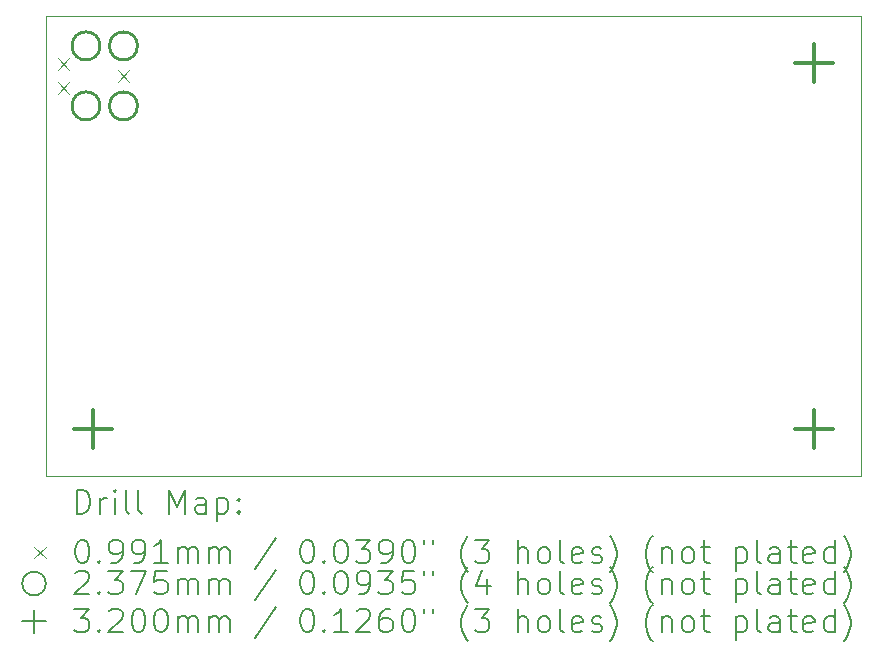
<source format=gbr>
%TF.GenerationSoftware,KiCad,Pcbnew,8.0.2-8.0.2-0~ubuntu22.04.1*%
%TF.CreationDate,2024-05-15T13:16:06-07:00*%
%TF.ProjectId,JPBms2,4a50426d-7332-42e6-9b69-6361645f7063,rev?*%
%TF.SameCoordinates,Original*%
%TF.FileFunction,Drillmap*%
%TF.FilePolarity,Positive*%
%FSLAX45Y45*%
G04 Gerber Fmt 4.5, Leading zero omitted, Abs format (unit mm)*
G04 Created by KiCad (PCBNEW 8.0.2-8.0.2-0~ubuntu22.04.1) date 2024-05-15 13:16:06*
%MOMM*%
%LPD*%
G01*
G04 APERTURE LIST*
%ADD10C,0.050000*%
%ADD11C,0.200000*%
%ADD12C,0.100000*%
%ADD13C,0.237490*%
%ADD14C,0.320000*%
G04 APERTURE END LIST*
D10*
X9600000Y-6200000D02*
X16500000Y-6200000D01*
X16500000Y-10100000D01*
X9600000Y-10100000D01*
X9600000Y-6200000D01*
D11*
D12*
X9697470Y-6557370D02*
X9796530Y-6656430D01*
X9796530Y-6557370D02*
X9697470Y-6656430D01*
X9697470Y-6760570D02*
X9796530Y-6859630D01*
X9796530Y-6760570D02*
X9697470Y-6859630D01*
X10205470Y-6658970D02*
X10304530Y-6758030D01*
X10304530Y-6658970D02*
X10205470Y-6758030D01*
D13*
X10056245Y-6454500D02*
G75*
G02*
X9818755Y-6454500I-118745J0D01*
G01*
X9818755Y-6454500D02*
G75*
G02*
X10056245Y-6454500I118745J0D01*
G01*
X10056245Y-6962500D02*
G75*
G02*
X9818755Y-6962500I-118745J0D01*
G01*
X9818755Y-6962500D02*
G75*
G02*
X10056245Y-6962500I118745J0D01*
G01*
X10373745Y-6454500D02*
G75*
G02*
X10136255Y-6454500I-118745J0D01*
G01*
X10136255Y-6454500D02*
G75*
G02*
X10373745Y-6454500I118745J0D01*
G01*
X10373745Y-6962500D02*
G75*
G02*
X10136255Y-6962500I-118745J0D01*
G01*
X10136255Y-6962500D02*
G75*
G02*
X10373745Y-6962500I118745J0D01*
G01*
D14*
X10000000Y-9540000D02*
X10000000Y-9860000D01*
X9840000Y-9700000D02*
X10160000Y-9700000D01*
X16100000Y-6440000D02*
X16100000Y-6760000D01*
X15940000Y-6600000D02*
X16260000Y-6600000D01*
X16100000Y-9540000D02*
X16100000Y-9860000D01*
X15940000Y-9700000D02*
X16260000Y-9700000D01*
D11*
X9858277Y-10413984D02*
X9858277Y-10213984D01*
X9858277Y-10213984D02*
X9905896Y-10213984D01*
X9905896Y-10213984D02*
X9934467Y-10223508D01*
X9934467Y-10223508D02*
X9953515Y-10242555D01*
X9953515Y-10242555D02*
X9963039Y-10261603D01*
X9963039Y-10261603D02*
X9972563Y-10299698D01*
X9972563Y-10299698D02*
X9972563Y-10328270D01*
X9972563Y-10328270D02*
X9963039Y-10366365D01*
X9963039Y-10366365D02*
X9953515Y-10385412D01*
X9953515Y-10385412D02*
X9934467Y-10404460D01*
X9934467Y-10404460D02*
X9905896Y-10413984D01*
X9905896Y-10413984D02*
X9858277Y-10413984D01*
X10058277Y-10413984D02*
X10058277Y-10280650D01*
X10058277Y-10318746D02*
X10067801Y-10299698D01*
X10067801Y-10299698D02*
X10077324Y-10290174D01*
X10077324Y-10290174D02*
X10096372Y-10280650D01*
X10096372Y-10280650D02*
X10115420Y-10280650D01*
X10182086Y-10413984D02*
X10182086Y-10280650D01*
X10182086Y-10213984D02*
X10172563Y-10223508D01*
X10172563Y-10223508D02*
X10182086Y-10233031D01*
X10182086Y-10233031D02*
X10191610Y-10223508D01*
X10191610Y-10223508D02*
X10182086Y-10213984D01*
X10182086Y-10213984D02*
X10182086Y-10233031D01*
X10305896Y-10413984D02*
X10286848Y-10404460D01*
X10286848Y-10404460D02*
X10277324Y-10385412D01*
X10277324Y-10385412D02*
X10277324Y-10213984D01*
X10410658Y-10413984D02*
X10391610Y-10404460D01*
X10391610Y-10404460D02*
X10382086Y-10385412D01*
X10382086Y-10385412D02*
X10382086Y-10213984D01*
X10639229Y-10413984D02*
X10639229Y-10213984D01*
X10639229Y-10213984D02*
X10705896Y-10356841D01*
X10705896Y-10356841D02*
X10772563Y-10213984D01*
X10772563Y-10213984D02*
X10772563Y-10413984D01*
X10953515Y-10413984D02*
X10953515Y-10309222D01*
X10953515Y-10309222D02*
X10943991Y-10290174D01*
X10943991Y-10290174D02*
X10924944Y-10280650D01*
X10924944Y-10280650D02*
X10886848Y-10280650D01*
X10886848Y-10280650D02*
X10867801Y-10290174D01*
X10953515Y-10404460D02*
X10934467Y-10413984D01*
X10934467Y-10413984D02*
X10886848Y-10413984D01*
X10886848Y-10413984D02*
X10867801Y-10404460D01*
X10867801Y-10404460D02*
X10858277Y-10385412D01*
X10858277Y-10385412D02*
X10858277Y-10366365D01*
X10858277Y-10366365D02*
X10867801Y-10347317D01*
X10867801Y-10347317D02*
X10886848Y-10337793D01*
X10886848Y-10337793D02*
X10934467Y-10337793D01*
X10934467Y-10337793D02*
X10953515Y-10328270D01*
X11048753Y-10280650D02*
X11048753Y-10480650D01*
X11048753Y-10290174D02*
X11067801Y-10280650D01*
X11067801Y-10280650D02*
X11105896Y-10280650D01*
X11105896Y-10280650D02*
X11124944Y-10290174D01*
X11124944Y-10290174D02*
X11134467Y-10299698D01*
X11134467Y-10299698D02*
X11143991Y-10318746D01*
X11143991Y-10318746D02*
X11143991Y-10375889D01*
X11143991Y-10375889D02*
X11134467Y-10394936D01*
X11134467Y-10394936D02*
X11124944Y-10404460D01*
X11124944Y-10404460D02*
X11105896Y-10413984D01*
X11105896Y-10413984D02*
X11067801Y-10413984D01*
X11067801Y-10413984D02*
X11048753Y-10404460D01*
X11229705Y-10394936D02*
X11239229Y-10404460D01*
X11239229Y-10404460D02*
X11229705Y-10413984D01*
X11229705Y-10413984D02*
X11220182Y-10404460D01*
X11220182Y-10404460D02*
X11229705Y-10394936D01*
X11229705Y-10394936D02*
X11229705Y-10413984D01*
X11229705Y-10290174D02*
X11239229Y-10299698D01*
X11239229Y-10299698D02*
X11229705Y-10309222D01*
X11229705Y-10309222D02*
X11220182Y-10299698D01*
X11220182Y-10299698D02*
X11229705Y-10290174D01*
X11229705Y-10290174D02*
X11229705Y-10309222D01*
D12*
X9498440Y-10692970D02*
X9597500Y-10792030D01*
X9597500Y-10692970D02*
X9498440Y-10792030D01*
D11*
X9896372Y-10633984D02*
X9915420Y-10633984D01*
X9915420Y-10633984D02*
X9934467Y-10643508D01*
X9934467Y-10643508D02*
X9943991Y-10653031D01*
X9943991Y-10653031D02*
X9953515Y-10672079D01*
X9953515Y-10672079D02*
X9963039Y-10710174D01*
X9963039Y-10710174D02*
X9963039Y-10757793D01*
X9963039Y-10757793D02*
X9953515Y-10795889D01*
X9953515Y-10795889D02*
X9943991Y-10814936D01*
X9943991Y-10814936D02*
X9934467Y-10824460D01*
X9934467Y-10824460D02*
X9915420Y-10833984D01*
X9915420Y-10833984D02*
X9896372Y-10833984D01*
X9896372Y-10833984D02*
X9877324Y-10824460D01*
X9877324Y-10824460D02*
X9867801Y-10814936D01*
X9867801Y-10814936D02*
X9858277Y-10795889D01*
X9858277Y-10795889D02*
X9848753Y-10757793D01*
X9848753Y-10757793D02*
X9848753Y-10710174D01*
X9848753Y-10710174D02*
X9858277Y-10672079D01*
X9858277Y-10672079D02*
X9867801Y-10653031D01*
X9867801Y-10653031D02*
X9877324Y-10643508D01*
X9877324Y-10643508D02*
X9896372Y-10633984D01*
X10048753Y-10814936D02*
X10058277Y-10824460D01*
X10058277Y-10824460D02*
X10048753Y-10833984D01*
X10048753Y-10833984D02*
X10039229Y-10824460D01*
X10039229Y-10824460D02*
X10048753Y-10814936D01*
X10048753Y-10814936D02*
X10048753Y-10833984D01*
X10153515Y-10833984D02*
X10191610Y-10833984D01*
X10191610Y-10833984D02*
X10210658Y-10824460D01*
X10210658Y-10824460D02*
X10220182Y-10814936D01*
X10220182Y-10814936D02*
X10239229Y-10786365D01*
X10239229Y-10786365D02*
X10248753Y-10748270D01*
X10248753Y-10748270D02*
X10248753Y-10672079D01*
X10248753Y-10672079D02*
X10239229Y-10653031D01*
X10239229Y-10653031D02*
X10229705Y-10643508D01*
X10229705Y-10643508D02*
X10210658Y-10633984D01*
X10210658Y-10633984D02*
X10172563Y-10633984D01*
X10172563Y-10633984D02*
X10153515Y-10643508D01*
X10153515Y-10643508D02*
X10143991Y-10653031D01*
X10143991Y-10653031D02*
X10134467Y-10672079D01*
X10134467Y-10672079D02*
X10134467Y-10719698D01*
X10134467Y-10719698D02*
X10143991Y-10738746D01*
X10143991Y-10738746D02*
X10153515Y-10748270D01*
X10153515Y-10748270D02*
X10172563Y-10757793D01*
X10172563Y-10757793D02*
X10210658Y-10757793D01*
X10210658Y-10757793D02*
X10229705Y-10748270D01*
X10229705Y-10748270D02*
X10239229Y-10738746D01*
X10239229Y-10738746D02*
X10248753Y-10719698D01*
X10343991Y-10833984D02*
X10382086Y-10833984D01*
X10382086Y-10833984D02*
X10401134Y-10824460D01*
X10401134Y-10824460D02*
X10410658Y-10814936D01*
X10410658Y-10814936D02*
X10429705Y-10786365D01*
X10429705Y-10786365D02*
X10439229Y-10748270D01*
X10439229Y-10748270D02*
X10439229Y-10672079D01*
X10439229Y-10672079D02*
X10429705Y-10653031D01*
X10429705Y-10653031D02*
X10420182Y-10643508D01*
X10420182Y-10643508D02*
X10401134Y-10633984D01*
X10401134Y-10633984D02*
X10363039Y-10633984D01*
X10363039Y-10633984D02*
X10343991Y-10643508D01*
X10343991Y-10643508D02*
X10334467Y-10653031D01*
X10334467Y-10653031D02*
X10324944Y-10672079D01*
X10324944Y-10672079D02*
X10324944Y-10719698D01*
X10324944Y-10719698D02*
X10334467Y-10738746D01*
X10334467Y-10738746D02*
X10343991Y-10748270D01*
X10343991Y-10748270D02*
X10363039Y-10757793D01*
X10363039Y-10757793D02*
X10401134Y-10757793D01*
X10401134Y-10757793D02*
X10420182Y-10748270D01*
X10420182Y-10748270D02*
X10429705Y-10738746D01*
X10429705Y-10738746D02*
X10439229Y-10719698D01*
X10629705Y-10833984D02*
X10515420Y-10833984D01*
X10572563Y-10833984D02*
X10572563Y-10633984D01*
X10572563Y-10633984D02*
X10553515Y-10662555D01*
X10553515Y-10662555D02*
X10534467Y-10681603D01*
X10534467Y-10681603D02*
X10515420Y-10691127D01*
X10715420Y-10833984D02*
X10715420Y-10700650D01*
X10715420Y-10719698D02*
X10724944Y-10710174D01*
X10724944Y-10710174D02*
X10743991Y-10700650D01*
X10743991Y-10700650D02*
X10772563Y-10700650D01*
X10772563Y-10700650D02*
X10791610Y-10710174D01*
X10791610Y-10710174D02*
X10801134Y-10729222D01*
X10801134Y-10729222D02*
X10801134Y-10833984D01*
X10801134Y-10729222D02*
X10810658Y-10710174D01*
X10810658Y-10710174D02*
X10829705Y-10700650D01*
X10829705Y-10700650D02*
X10858277Y-10700650D01*
X10858277Y-10700650D02*
X10877325Y-10710174D01*
X10877325Y-10710174D02*
X10886848Y-10729222D01*
X10886848Y-10729222D02*
X10886848Y-10833984D01*
X10982086Y-10833984D02*
X10982086Y-10700650D01*
X10982086Y-10719698D02*
X10991610Y-10710174D01*
X10991610Y-10710174D02*
X11010658Y-10700650D01*
X11010658Y-10700650D02*
X11039229Y-10700650D01*
X11039229Y-10700650D02*
X11058277Y-10710174D01*
X11058277Y-10710174D02*
X11067801Y-10729222D01*
X11067801Y-10729222D02*
X11067801Y-10833984D01*
X11067801Y-10729222D02*
X11077325Y-10710174D01*
X11077325Y-10710174D02*
X11096372Y-10700650D01*
X11096372Y-10700650D02*
X11124944Y-10700650D01*
X11124944Y-10700650D02*
X11143991Y-10710174D01*
X11143991Y-10710174D02*
X11153515Y-10729222D01*
X11153515Y-10729222D02*
X11153515Y-10833984D01*
X11543991Y-10624460D02*
X11372563Y-10881603D01*
X11801134Y-10633984D02*
X11820182Y-10633984D01*
X11820182Y-10633984D02*
X11839229Y-10643508D01*
X11839229Y-10643508D02*
X11848753Y-10653031D01*
X11848753Y-10653031D02*
X11858277Y-10672079D01*
X11858277Y-10672079D02*
X11867801Y-10710174D01*
X11867801Y-10710174D02*
X11867801Y-10757793D01*
X11867801Y-10757793D02*
X11858277Y-10795889D01*
X11858277Y-10795889D02*
X11848753Y-10814936D01*
X11848753Y-10814936D02*
X11839229Y-10824460D01*
X11839229Y-10824460D02*
X11820182Y-10833984D01*
X11820182Y-10833984D02*
X11801134Y-10833984D01*
X11801134Y-10833984D02*
X11782086Y-10824460D01*
X11782086Y-10824460D02*
X11772563Y-10814936D01*
X11772563Y-10814936D02*
X11763039Y-10795889D01*
X11763039Y-10795889D02*
X11753515Y-10757793D01*
X11753515Y-10757793D02*
X11753515Y-10710174D01*
X11753515Y-10710174D02*
X11763039Y-10672079D01*
X11763039Y-10672079D02*
X11772563Y-10653031D01*
X11772563Y-10653031D02*
X11782086Y-10643508D01*
X11782086Y-10643508D02*
X11801134Y-10633984D01*
X11953515Y-10814936D02*
X11963039Y-10824460D01*
X11963039Y-10824460D02*
X11953515Y-10833984D01*
X11953515Y-10833984D02*
X11943991Y-10824460D01*
X11943991Y-10824460D02*
X11953515Y-10814936D01*
X11953515Y-10814936D02*
X11953515Y-10833984D01*
X12086848Y-10633984D02*
X12105896Y-10633984D01*
X12105896Y-10633984D02*
X12124944Y-10643508D01*
X12124944Y-10643508D02*
X12134467Y-10653031D01*
X12134467Y-10653031D02*
X12143991Y-10672079D01*
X12143991Y-10672079D02*
X12153515Y-10710174D01*
X12153515Y-10710174D02*
X12153515Y-10757793D01*
X12153515Y-10757793D02*
X12143991Y-10795889D01*
X12143991Y-10795889D02*
X12134467Y-10814936D01*
X12134467Y-10814936D02*
X12124944Y-10824460D01*
X12124944Y-10824460D02*
X12105896Y-10833984D01*
X12105896Y-10833984D02*
X12086848Y-10833984D01*
X12086848Y-10833984D02*
X12067801Y-10824460D01*
X12067801Y-10824460D02*
X12058277Y-10814936D01*
X12058277Y-10814936D02*
X12048753Y-10795889D01*
X12048753Y-10795889D02*
X12039229Y-10757793D01*
X12039229Y-10757793D02*
X12039229Y-10710174D01*
X12039229Y-10710174D02*
X12048753Y-10672079D01*
X12048753Y-10672079D02*
X12058277Y-10653031D01*
X12058277Y-10653031D02*
X12067801Y-10643508D01*
X12067801Y-10643508D02*
X12086848Y-10633984D01*
X12220182Y-10633984D02*
X12343991Y-10633984D01*
X12343991Y-10633984D02*
X12277325Y-10710174D01*
X12277325Y-10710174D02*
X12305896Y-10710174D01*
X12305896Y-10710174D02*
X12324944Y-10719698D01*
X12324944Y-10719698D02*
X12334467Y-10729222D01*
X12334467Y-10729222D02*
X12343991Y-10748270D01*
X12343991Y-10748270D02*
X12343991Y-10795889D01*
X12343991Y-10795889D02*
X12334467Y-10814936D01*
X12334467Y-10814936D02*
X12324944Y-10824460D01*
X12324944Y-10824460D02*
X12305896Y-10833984D01*
X12305896Y-10833984D02*
X12248753Y-10833984D01*
X12248753Y-10833984D02*
X12229706Y-10824460D01*
X12229706Y-10824460D02*
X12220182Y-10814936D01*
X12439229Y-10833984D02*
X12477325Y-10833984D01*
X12477325Y-10833984D02*
X12496372Y-10824460D01*
X12496372Y-10824460D02*
X12505896Y-10814936D01*
X12505896Y-10814936D02*
X12524944Y-10786365D01*
X12524944Y-10786365D02*
X12534467Y-10748270D01*
X12534467Y-10748270D02*
X12534467Y-10672079D01*
X12534467Y-10672079D02*
X12524944Y-10653031D01*
X12524944Y-10653031D02*
X12515420Y-10643508D01*
X12515420Y-10643508D02*
X12496372Y-10633984D01*
X12496372Y-10633984D02*
X12458277Y-10633984D01*
X12458277Y-10633984D02*
X12439229Y-10643508D01*
X12439229Y-10643508D02*
X12429706Y-10653031D01*
X12429706Y-10653031D02*
X12420182Y-10672079D01*
X12420182Y-10672079D02*
X12420182Y-10719698D01*
X12420182Y-10719698D02*
X12429706Y-10738746D01*
X12429706Y-10738746D02*
X12439229Y-10748270D01*
X12439229Y-10748270D02*
X12458277Y-10757793D01*
X12458277Y-10757793D02*
X12496372Y-10757793D01*
X12496372Y-10757793D02*
X12515420Y-10748270D01*
X12515420Y-10748270D02*
X12524944Y-10738746D01*
X12524944Y-10738746D02*
X12534467Y-10719698D01*
X12658277Y-10633984D02*
X12677325Y-10633984D01*
X12677325Y-10633984D02*
X12696372Y-10643508D01*
X12696372Y-10643508D02*
X12705896Y-10653031D01*
X12705896Y-10653031D02*
X12715420Y-10672079D01*
X12715420Y-10672079D02*
X12724944Y-10710174D01*
X12724944Y-10710174D02*
X12724944Y-10757793D01*
X12724944Y-10757793D02*
X12715420Y-10795889D01*
X12715420Y-10795889D02*
X12705896Y-10814936D01*
X12705896Y-10814936D02*
X12696372Y-10824460D01*
X12696372Y-10824460D02*
X12677325Y-10833984D01*
X12677325Y-10833984D02*
X12658277Y-10833984D01*
X12658277Y-10833984D02*
X12639229Y-10824460D01*
X12639229Y-10824460D02*
X12629706Y-10814936D01*
X12629706Y-10814936D02*
X12620182Y-10795889D01*
X12620182Y-10795889D02*
X12610658Y-10757793D01*
X12610658Y-10757793D02*
X12610658Y-10710174D01*
X12610658Y-10710174D02*
X12620182Y-10672079D01*
X12620182Y-10672079D02*
X12629706Y-10653031D01*
X12629706Y-10653031D02*
X12639229Y-10643508D01*
X12639229Y-10643508D02*
X12658277Y-10633984D01*
X12801134Y-10633984D02*
X12801134Y-10672079D01*
X12877325Y-10633984D02*
X12877325Y-10672079D01*
X13172563Y-10910174D02*
X13163039Y-10900650D01*
X13163039Y-10900650D02*
X13143991Y-10872079D01*
X13143991Y-10872079D02*
X13134468Y-10853031D01*
X13134468Y-10853031D02*
X13124944Y-10824460D01*
X13124944Y-10824460D02*
X13115420Y-10776841D01*
X13115420Y-10776841D02*
X13115420Y-10738746D01*
X13115420Y-10738746D02*
X13124944Y-10691127D01*
X13124944Y-10691127D02*
X13134468Y-10662555D01*
X13134468Y-10662555D02*
X13143991Y-10643508D01*
X13143991Y-10643508D02*
X13163039Y-10614936D01*
X13163039Y-10614936D02*
X13172563Y-10605412D01*
X13229706Y-10633984D02*
X13353515Y-10633984D01*
X13353515Y-10633984D02*
X13286848Y-10710174D01*
X13286848Y-10710174D02*
X13315420Y-10710174D01*
X13315420Y-10710174D02*
X13334468Y-10719698D01*
X13334468Y-10719698D02*
X13343991Y-10729222D01*
X13343991Y-10729222D02*
X13353515Y-10748270D01*
X13353515Y-10748270D02*
X13353515Y-10795889D01*
X13353515Y-10795889D02*
X13343991Y-10814936D01*
X13343991Y-10814936D02*
X13334468Y-10824460D01*
X13334468Y-10824460D02*
X13315420Y-10833984D01*
X13315420Y-10833984D02*
X13258277Y-10833984D01*
X13258277Y-10833984D02*
X13239229Y-10824460D01*
X13239229Y-10824460D02*
X13229706Y-10814936D01*
X13591610Y-10833984D02*
X13591610Y-10633984D01*
X13677325Y-10833984D02*
X13677325Y-10729222D01*
X13677325Y-10729222D02*
X13667801Y-10710174D01*
X13667801Y-10710174D02*
X13648753Y-10700650D01*
X13648753Y-10700650D02*
X13620182Y-10700650D01*
X13620182Y-10700650D02*
X13601134Y-10710174D01*
X13601134Y-10710174D02*
X13591610Y-10719698D01*
X13801134Y-10833984D02*
X13782087Y-10824460D01*
X13782087Y-10824460D02*
X13772563Y-10814936D01*
X13772563Y-10814936D02*
X13763039Y-10795889D01*
X13763039Y-10795889D02*
X13763039Y-10738746D01*
X13763039Y-10738746D02*
X13772563Y-10719698D01*
X13772563Y-10719698D02*
X13782087Y-10710174D01*
X13782087Y-10710174D02*
X13801134Y-10700650D01*
X13801134Y-10700650D02*
X13829706Y-10700650D01*
X13829706Y-10700650D02*
X13848753Y-10710174D01*
X13848753Y-10710174D02*
X13858277Y-10719698D01*
X13858277Y-10719698D02*
X13867801Y-10738746D01*
X13867801Y-10738746D02*
X13867801Y-10795889D01*
X13867801Y-10795889D02*
X13858277Y-10814936D01*
X13858277Y-10814936D02*
X13848753Y-10824460D01*
X13848753Y-10824460D02*
X13829706Y-10833984D01*
X13829706Y-10833984D02*
X13801134Y-10833984D01*
X13982087Y-10833984D02*
X13963039Y-10824460D01*
X13963039Y-10824460D02*
X13953515Y-10805412D01*
X13953515Y-10805412D02*
X13953515Y-10633984D01*
X14134468Y-10824460D02*
X14115420Y-10833984D01*
X14115420Y-10833984D02*
X14077325Y-10833984D01*
X14077325Y-10833984D02*
X14058277Y-10824460D01*
X14058277Y-10824460D02*
X14048753Y-10805412D01*
X14048753Y-10805412D02*
X14048753Y-10729222D01*
X14048753Y-10729222D02*
X14058277Y-10710174D01*
X14058277Y-10710174D02*
X14077325Y-10700650D01*
X14077325Y-10700650D02*
X14115420Y-10700650D01*
X14115420Y-10700650D02*
X14134468Y-10710174D01*
X14134468Y-10710174D02*
X14143991Y-10729222D01*
X14143991Y-10729222D02*
X14143991Y-10748270D01*
X14143991Y-10748270D02*
X14048753Y-10767317D01*
X14220182Y-10824460D02*
X14239230Y-10833984D01*
X14239230Y-10833984D02*
X14277325Y-10833984D01*
X14277325Y-10833984D02*
X14296372Y-10824460D01*
X14296372Y-10824460D02*
X14305896Y-10805412D01*
X14305896Y-10805412D02*
X14305896Y-10795889D01*
X14305896Y-10795889D02*
X14296372Y-10776841D01*
X14296372Y-10776841D02*
X14277325Y-10767317D01*
X14277325Y-10767317D02*
X14248753Y-10767317D01*
X14248753Y-10767317D02*
X14229706Y-10757793D01*
X14229706Y-10757793D02*
X14220182Y-10738746D01*
X14220182Y-10738746D02*
X14220182Y-10729222D01*
X14220182Y-10729222D02*
X14229706Y-10710174D01*
X14229706Y-10710174D02*
X14248753Y-10700650D01*
X14248753Y-10700650D02*
X14277325Y-10700650D01*
X14277325Y-10700650D02*
X14296372Y-10710174D01*
X14372563Y-10910174D02*
X14382087Y-10900650D01*
X14382087Y-10900650D02*
X14401134Y-10872079D01*
X14401134Y-10872079D02*
X14410658Y-10853031D01*
X14410658Y-10853031D02*
X14420182Y-10824460D01*
X14420182Y-10824460D02*
X14429706Y-10776841D01*
X14429706Y-10776841D02*
X14429706Y-10738746D01*
X14429706Y-10738746D02*
X14420182Y-10691127D01*
X14420182Y-10691127D02*
X14410658Y-10662555D01*
X14410658Y-10662555D02*
X14401134Y-10643508D01*
X14401134Y-10643508D02*
X14382087Y-10614936D01*
X14382087Y-10614936D02*
X14372563Y-10605412D01*
X14734468Y-10910174D02*
X14724944Y-10900650D01*
X14724944Y-10900650D02*
X14705896Y-10872079D01*
X14705896Y-10872079D02*
X14696372Y-10853031D01*
X14696372Y-10853031D02*
X14686849Y-10824460D01*
X14686849Y-10824460D02*
X14677325Y-10776841D01*
X14677325Y-10776841D02*
X14677325Y-10738746D01*
X14677325Y-10738746D02*
X14686849Y-10691127D01*
X14686849Y-10691127D02*
X14696372Y-10662555D01*
X14696372Y-10662555D02*
X14705896Y-10643508D01*
X14705896Y-10643508D02*
X14724944Y-10614936D01*
X14724944Y-10614936D02*
X14734468Y-10605412D01*
X14810658Y-10700650D02*
X14810658Y-10833984D01*
X14810658Y-10719698D02*
X14820182Y-10710174D01*
X14820182Y-10710174D02*
X14839230Y-10700650D01*
X14839230Y-10700650D02*
X14867801Y-10700650D01*
X14867801Y-10700650D02*
X14886849Y-10710174D01*
X14886849Y-10710174D02*
X14896372Y-10729222D01*
X14896372Y-10729222D02*
X14896372Y-10833984D01*
X15020182Y-10833984D02*
X15001134Y-10824460D01*
X15001134Y-10824460D02*
X14991611Y-10814936D01*
X14991611Y-10814936D02*
X14982087Y-10795889D01*
X14982087Y-10795889D02*
X14982087Y-10738746D01*
X14982087Y-10738746D02*
X14991611Y-10719698D01*
X14991611Y-10719698D02*
X15001134Y-10710174D01*
X15001134Y-10710174D02*
X15020182Y-10700650D01*
X15020182Y-10700650D02*
X15048753Y-10700650D01*
X15048753Y-10700650D02*
X15067801Y-10710174D01*
X15067801Y-10710174D02*
X15077325Y-10719698D01*
X15077325Y-10719698D02*
X15086849Y-10738746D01*
X15086849Y-10738746D02*
X15086849Y-10795889D01*
X15086849Y-10795889D02*
X15077325Y-10814936D01*
X15077325Y-10814936D02*
X15067801Y-10824460D01*
X15067801Y-10824460D02*
X15048753Y-10833984D01*
X15048753Y-10833984D02*
X15020182Y-10833984D01*
X15143992Y-10700650D02*
X15220182Y-10700650D01*
X15172563Y-10633984D02*
X15172563Y-10805412D01*
X15172563Y-10805412D02*
X15182087Y-10824460D01*
X15182087Y-10824460D02*
X15201134Y-10833984D01*
X15201134Y-10833984D02*
X15220182Y-10833984D01*
X15439230Y-10700650D02*
X15439230Y-10900650D01*
X15439230Y-10710174D02*
X15458277Y-10700650D01*
X15458277Y-10700650D02*
X15496373Y-10700650D01*
X15496373Y-10700650D02*
X15515420Y-10710174D01*
X15515420Y-10710174D02*
X15524944Y-10719698D01*
X15524944Y-10719698D02*
X15534468Y-10738746D01*
X15534468Y-10738746D02*
X15534468Y-10795889D01*
X15534468Y-10795889D02*
X15524944Y-10814936D01*
X15524944Y-10814936D02*
X15515420Y-10824460D01*
X15515420Y-10824460D02*
X15496373Y-10833984D01*
X15496373Y-10833984D02*
X15458277Y-10833984D01*
X15458277Y-10833984D02*
X15439230Y-10824460D01*
X15648753Y-10833984D02*
X15629706Y-10824460D01*
X15629706Y-10824460D02*
X15620182Y-10805412D01*
X15620182Y-10805412D02*
X15620182Y-10633984D01*
X15810658Y-10833984D02*
X15810658Y-10729222D01*
X15810658Y-10729222D02*
X15801134Y-10710174D01*
X15801134Y-10710174D02*
X15782087Y-10700650D01*
X15782087Y-10700650D02*
X15743992Y-10700650D01*
X15743992Y-10700650D02*
X15724944Y-10710174D01*
X15810658Y-10824460D02*
X15791611Y-10833984D01*
X15791611Y-10833984D02*
X15743992Y-10833984D01*
X15743992Y-10833984D02*
X15724944Y-10824460D01*
X15724944Y-10824460D02*
X15715420Y-10805412D01*
X15715420Y-10805412D02*
X15715420Y-10786365D01*
X15715420Y-10786365D02*
X15724944Y-10767317D01*
X15724944Y-10767317D02*
X15743992Y-10757793D01*
X15743992Y-10757793D02*
X15791611Y-10757793D01*
X15791611Y-10757793D02*
X15810658Y-10748270D01*
X15877325Y-10700650D02*
X15953515Y-10700650D01*
X15905896Y-10633984D02*
X15905896Y-10805412D01*
X15905896Y-10805412D02*
X15915420Y-10824460D01*
X15915420Y-10824460D02*
X15934468Y-10833984D01*
X15934468Y-10833984D02*
X15953515Y-10833984D01*
X16096373Y-10824460D02*
X16077325Y-10833984D01*
X16077325Y-10833984D02*
X16039230Y-10833984D01*
X16039230Y-10833984D02*
X16020182Y-10824460D01*
X16020182Y-10824460D02*
X16010658Y-10805412D01*
X16010658Y-10805412D02*
X16010658Y-10729222D01*
X16010658Y-10729222D02*
X16020182Y-10710174D01*
X16020182Y-10710174D02*
X16039230Y-10700650D01*
X16039230Y-10700650D02*
X16077325Y-10700650D01*
X16077325Y-10700650D02*
X16096373Y-10710174D01*
X16096373Y-10710174D02*
X16105896Y-10729222D01*
X16105896Y-10729222D02*
X16105896Y-10748270D01*
X16105896Y-10748270D02*
X16010658Y-10767317D01*
X16277325Y-10833984D02*
X16277325Y-10633984D01*
X16277325Y-10824460D02*
X16258277Y-10833984D01*
X16258277Y-10833984D02*
X16220182Y-10833984D01*
X16220182Y-10833984D02*
X16201134Y-10824460D01*
X16201134Y-10824460D02*
X16191611Y-10814936D01*
X16191611Y-10814936D02*
X16182087Y-10795889D01*
X16182087Y-10795889D02*
X16182087Y-10738746D01*
X16182087Y-10738746D02*
X16191611Y-10719698D01*
X16191611Y-10719698D02*
X16201134Y-10710174D01*
X16201134Y-10710174D02*
X16220182Y-10700650D01*
X16220182Y-10700650D02*
X16258277Y-10700650D01*
X16258277Y-10700650D02*
X16277325Y-10710174D01*
X16353515Y-10910174D02*
X16363039Y-10900650D01*
X16363039Y-10900650D02*
X16382087Y-10872079D01*
X16382087Y-10872079D02*
X16391611Y-10853031D01*
X16391611Y-10853031D02*
X16401134Y-10824460D01*
X16401134Y-10824460D02*
X16410658Y-10776841D01*
X16410658Y-10776841D02*
X16410658Y-10738746D01*
X16410658Y-10738746D02*
X16401134Y-10691127D01*
X16401134Y-10691127D02*
X16391611Y-10662555D01*
X16391611Y-10662555D02*
X16382087Y-10643508D01*
X16382087Y-10643508D02*
X16363039Y-10614936D01*
X16363039Y-10614936D02*
X16353515Y-10605412D01*
X9597500Y-11006500D02*
G75*
G02*
X9397500Y-11006500I-100000J0D01*
G01*
X9397500Y-11006500D02*
G75*
G02*
X9597500Y-11006500I100000J0D01*
G01*
X9848753Y-10917031D02*
X9858277Y-10907508D01*
X9858277Y-10907508D02*
X9877324Y-10897984D01*
X9877324Y-10897984D02*
X9924944Y-10897984D01*
X9924944Y-10897984D02*
X9943991Y-10907508D01*
X9943991Y-10907508D02*
X9953515Y-10917031D01*
X9953515Y-10917031D02*
X9963039Y-10936079D01*
X9963039Y-10936079D02*
X9963039Y-10955127D01*
X9963039Y-10955127D02*
X9953515Y-10983698D01*
X9953515Y-10983698D02*
X9839229Y-11097984D01*
X9839229Y-11097984D02*
X9963039Y-11097984D01*
X10048753Y-11078936D02*
X10058277Y-11088460D01*
X10058277Y-11088460D02*
X10048753Y-11097984D01*
X10048753Y-11097984D02*
X10039229Y-11088460D01*
X10039229Y-11088460D02*
X10048753Y-11078936D01*
X10048753Y-11078936D02*
X10048753Y-11097984D01*
X10124944Y-10897984D02*
X10248753Y-10897984D01*
X10248753Y-10897984D02*
X10182086Y-10974174D01*
X10182086Y-10974174D02*
X10210658Y-10974174D01*
X10210658Y-10974174D02*
X10229705Y-10983698D01*
X10229705Y-10983698D02*
X10239229Y-10993222D01*
X10239229Y-10993222D02*
X10248753Y-11012270D01*
X10248753Y-11012270D02*
X10248753Y-11059889D01*
X10248753Y-11059889D02*
X10239229Y-11078936D01*
X10239229Y-11078936D02*
X10229705Y-11088460D01*
X10229705Y-11088460D02*
X10210658Y-11097984D01*
X10210658Y-11097984D02*
X10153515Y-11097984D01*
X10153515Y-11097984D02*
X10134467Y-11088460D01*
X10134467Y-11088460D02*
X10124944Y-11078936D01*
X10315420Y-10897984D02*
X10448753Y-10897984D01*
X10448753Y-10897984D02*
X10363039Y-11097984D01*
X10620182Y-10897984D02*
X10524944Y-10897984D01*
X10524944Y-10897984D02*
X10515420Y-10993222D01*
X10515420Y-10993222D02*
X10524944Y-10983698D01*
X10524944Y-10983698D02*
X10543991Y-10974174D01*
X10543991Y-10974174D02*
X10591610Y-10974174D01*
X10591610Y-10974174D02*
X10610658Y-10983698D01*
X10610658Y-10983698D02*
X10620182Y-10993222D01*
X10620182Y-10993222D02*
X10629705Y-11012270D01*
X10629705Y-11012270D02*
X10629705Y-11059889D01*
X10629705Y-11059889D02*
X10620182Y-11078936D01*
X10620182Y-11078936D02*
X10610658Y-11088460D01*
X10610658Y-11088460D02*
X10591610Y-11097984D01*
X10591610Y-11097984D02*
X10543991Y-11097984D01*
X10543991Y-11097984D02*
X10524944Y-11088460D01*
X10524944Y-11088460D02*
X10515420Y-11078936D01*
X10715420Y-11097984D02*
X10715420Y-10964650D01*
X10715420Y-10983698D02*
X10724944Y-10974174D01*
X10724944Y-10974174D02*
X10743991Y-10964650D01*
X10743991Y-10964650D02*
X10772563Y-10964650D01*
X10772563Y-10964650D02*
X10791610Y-10974174D01*
X10791610Y-10974174D02*
X10801134Y-10993222D01*
X10801134Y-10993222D02*
X10801134Y-11097984D01*
X10801134Y-10993222D02*
X10810658Y-10974174D01*
X10810658Y-10974174D02*
X10829705Y-10964650D01*
X10829705Y-10964650D02*
X10858277Y-10964650D01*
X10858277Y-10964650D02*
X10877325Y-10974174D01*
X10877325Y-10974174D02*
X10886848Y-10993222D01*
X10886848Y-10993222D02*
X10886848Y-11097984D01*
X10982086Y-11097984D02*
X10982086Y-10964650D01*
X10982086Y-10983698D02*
X10991610Y-10974174D01*
X10991610Y-10974174D02*
X11010658Y-10964650D01*
X11010658Y-10964650D02*
X11039229Y-10964650D01*
X11039229Y-10964650D02*
X11058277Y-10974174D01*
X11058277Y-10974174D02*
X11067801Y-10993222D01*
X11067801Y-10993222D02*
X11067801Y-11097984D01*
X11067801Y-10993222D02*
X11077325Y-10974174D01*
X11077325Y-10974174D02*
X11096372Y-10964650D01*
X11096372Y-10964650D02*
X11124944Y-10964650D01*
X11124944Y-10964650D02*
X11143991Y-10974174D01*
X11143991Y-10974174D02*
X11153515Y-10993222D01*
X11153515Y-10993222D02*
X11153515Y-11097984D01*
X11543991Y-10888460D02*
X11372563Y-11145603D01*
X11801134Y-10897984D02*
X11820182Y-10897984D01*
X11820182Y-10897984D02*
X11839229Y-10907508D01*
X11839229Y-10907508D02*
X11848753Y-10917031D01*
X11848753Y-10917031D02*
X11858277Y-10936079D01*
X11858277Y-10936079D02*
X11867801Y-10974174D01*
X11867801Y-10974174D02*
X11867801Y-11021793D01*
X11867801Y-11021793D02*
X11858277Y-11059889D01*
X11858277Y-11059889D02*
X11848753Y-11078936D01*
X11848753Y-11078936D02*
X11839229Y-11088460D01*
X11839229Y-11088460D02*
X11820182Y-11097984D01*
X11820182Y-11097984D02*
X11801134Y-11097984D01*
X11801134Y-11097984D02*
X11782086Y-11088460D01*
X11782086Y-11088460D02*
X11772563Y-11078936D01*
X11772563Y-11078936D02*
X11763039Y-11059889D01*
X11763039Y-11059889D02*
X11753515Y-11021793D01*
X11753515Y-11021793D02*
X11753515Y-10974174D01*
X11753515Y-10974174D02*
X11763039Y-10936079D01*
X11763039Y-10936079D02*
X11772563Y-10917031D01*
X11772563Y-10917031D02*
X11782086Y-10907508D01*
X11782086Y-10907508D02*
X11801134Y-10897984D01*
X11953515Y-11078936D02*
X11963039Y-11088460D01*
X11963039Y-11088460D02*
X11953515Y-11097984D01*
X11953515Y-11097984D02*
X11943991Y-11088460D01*
X11943991Y-11088460D02*
X11953515Y-11078936D01*
X11953515Y-11078936D02*
X11953515Y-11097984D01*
X12086848Y-10897984D02*
X12105896Y-10897984D01*
X12105896Y-10897984D02*
X12124944Y-10907508D01*
X12124944Y-10907508D02*
X12134467Y-10917031D01*
X12134467Y-10917031D02*
X12143991Y-10936079D01*
X12143991Y-10936079D02*
X12153515Y-10974174D01*
X12153515Y-10974174D02*
X12153515Y-11021793D01*
X12153515Y-11021793D02*
X12143991Y-11059889D01*
X12143991Y-11059889D02*
X12134467Y-11078936D01*
X12134467Y-11078936D02*
X12124944Y-11088460D01*
X12124944Y-11088460D02*
X12105896Y-11097984D01*
X12105896Y-11097984D02*
X12086848Y-11097984D01*
X12086848Y-11097984D02*
X12067801Y-11088460D01*
X12067801Y-11088460D02*
X12058277Y-11078936D01*
X12058277Y-11078936D02*
X12048753Y-11059889D01*
X12048753Y-11059889D02*
X12039229Y-11021793D01*
X12039229Y-11021793D02*
X12039229Y-10974174D01*
X12039229Y-10974174D02*
X12048753Y-10936079D01*
X12048753Y-10936079D02*
X12058277Y-10917031D01*
X12058277Y-10917031D02*
X12067801Y-10907508D01*
X12067801Y-10907508D02*
X12086848Y-10897984D01*
X12248753Y-11097984D02*
X12286848Y-11097984D01*
X12286848Y-11097984D02*
X12305896Y-11088460D01*
X12305896Y-11088460D02*
X12315420Y-11078936D01*
X12315420Y-11078936D02*
X12334467Y-11050365D01*
X12334467Y-11050365D02*
X12343991Y-11012270D01*
X12343991Y-11012270D02*
X12343991Y-10936079D01*
X12343991Y-10936079D02*
X12334467Y-10917031D01*
X12334467Y-10917031D02*
X12324944Y-10907508D01*
X12324944Y-10907508D02*
X12305896Y-10897984D01*
X12305896Y-10897984D02*
X12267801Y-10897984D01*
X12267801Y-10897984D02*
X12248753Y-10907508D01*
X12248753Y-10907508D02*
X12239229Y-10917031D01*
X12239229Y-10917031D02*
X12229706Y-10936079D01*
X12229706Y-10936079D02*
X12229706Y-10983698D01*
X12229706Y-10983698D02*
X12239229Y-11002746D01*
X12239229Y-11002746D02*
X12248753Y-11012270D01*
X12248753Y-11012270D02*
X12267801Y-11021793D01*
X12267801Y-11021793D02*
X12305896Y-11021793D01*
X12305896Y-11021793D02*
X12324944Y-11012270D01*
X12324944Y-11012270D02*
X12334467Y-11002746D01*
X12334467Y-11002746D02*
X12343991Y-10983698D01*
X12410658Y-10897984D02*
X12534467Y-10897984D01*
X12534467Y-10897984D02*
X12467801Y-10974174D01*
X12467801Y-10974174D02*
X12496372Y-10974174D01*
X12496372Y-10974174D02*
X12515420Y-10983698D01*
X12515420Y-10983698D02*
X12524944Y-10993222D01*
X12524944Y-10993222D02*
X12534467Y-11012270D01*
X12534467Y-11012270D02*
X12534467Y-11059889D01*
X12534467Y-11059889D02*
X12524944Y-11078936D01*
X12524944Y-11078936D02*
X12515420Y-11088460D01*
X12515420Y-11088460D02*
X12496372Y-11097984D01*
X12496372Y-11097984D02*
X12439229Y-11097984D01*
X12439229Y-11097984D02*
X12420182Y-11088460D01*
X12420182Y-11088460D02*
X12410658Y-11078936D01*
X12715420Y-10897984D02*
X12620182Y-10897984D01*
X12620182Y-10897984D02*
X12610658Y-10993222D01*
X12610658Y-10993222D02*
X12620182Y-10983698D01*
X12620182Y-10983698D02*
X12639229Y-10974174D01*
X12639229Y-10974174D02*
X12686848Y-10974174D01*
X12686848Y-10974174D02*
X12705896Y-10983698D01*
X12705896Y-10983698D02*
X12715420Y-10993222D01*
X12715420Y-10993222D02*
X12724944Y-11012270D01*
X12724944Y-11012270D02*
X12724944Y-11059889D01*
X12724944Y-11059889D02*
X12715420Y-11078936D01*
X12715420Y-11078936D02*
X12705896Y-11088460D01*
X12705896Y-11088460D02*
X12686848Y-11097984D01*
X12686848Y-11097984D02*
X12639229Y-11097984D01*
X12639229Y-11097984D02*
X12620182Y-11088460D01*
X12620182Y-11088460D02*
X12610658Y-11078936D01*
X12801134Y-10897984D02*
X12801134Y-10936079D01*
X12877325Y-10897984D02*
X12877325Y-10936079D01*
X13172563Y-11174174D02*
X13163039Y-11164650D01*
X13163039Y-11164650D02*
X13143991Y-11136079D01*
X13143991Y-11136079D02*
X13134468Y-11117031D01*
X13134468Y-11117031D02*
X13124944Y-11088460D01*
X13124944Y-11088460D02*
X13115420Y-11040841D01*
X13115420Y-11040841D02*
X13115420Y-11002746D01*
X13115420Y-11002746D02*
X13124944Y-10955127D01*
X13124944Y-10955127D02*
X13134468Y-10926555D01*
X13134468Y-10926555D02*
X13143991Y-10907508D01*
X13143991Y-10907508D02*
X13163039Y-10878936D01*
X13163039Y-10878936D02*
X13172563Y-10869412D01*
X13334468Y-10964650D02*
X13334468Y-11097984D01*
X13286848Y-10888460D02*
X13239229Y-11031317D01*
X13239229Y-11031317D02*
X13363039Y-11031317D01*
X13591610Y-11097984D02*
X13591610Y-10897984D01*
X13677325Y-11097984D02*
X13677325Y-10993222D01*
X13677325Y-10993222D02*
X13667801Y-10974174D01*
X13667801Y-10974174D02*
X13648753Y-10964650D01*
X13648753Y-10964650D02*
X13620182Y-10964650D01*
X13620182Y-10964650D02*
X13601134Y-10974174D01*
X13601134Y-10974174D02*
X13591610Y-10983698D01*
X13801134Y-11097984D02*
X13782087Y-11088460D01*
X13782087Y-11088460D02*
X13772563Y-11078936D01*
X13772563Y-11078936D02*
X13763039Y-11059889D01*
X13763039Y-11059889D02*
X13763039Y-11002746D01*
X13763039Y-11002746D02*
X13772563Y-10983698D01*
X13772563Y-10983698D02*
X13782087Y-10974174D01*
X13782087Y-10974174D02*
X13801134Y-10964650D01*
X13801134Y-10964650D02*
X13829706Y-10964650D01*
X13829706Y-10964650D02*
X13848753Y-10974174D01*
X13848753Y-10974174D02*
X13858277Y-10983698D01*
X13858277Y-10983698D02*
X13867801Y-11002746D01*
X13867801Y-11002746D02*
X13867801Y-11059889D01*
X13867801Y-11059889D02*
X13858277Y-11078936D01*
X13858277Y-11078936D02*
X13848753Y-11088460D01*
X13848753Y-11088460D02*
X13829706Y-11097984D01*
X13829706Y-11097984D02*
X13801134Y-11097984D01*
X13982087Y-11097984D02*
X13963039Y-11088460D01*
X13963039Y-11088460D02*
X13953515Y-11069412D01*
X13953515Y-11069412D02*
X13953515Y-10897984D01*
X14134468Y-11088460D02*
X14115420Y-11097984D01*
X14115420Y-11097984D02*
X14077325Y-11097984D01*
X14077325Y-11097984D02*
X14058277Y-11088460D01*
X14058277Y-11088460D02*
X14048753Y-11069412D01*
X14048753Y-11069412D02*
X14048753Y-10993222D01*
X14048753Y-10993222D02*
X14058277Y-10974174D01*
X14058277Y-10974174D02*
X14077325Y-10964650D01*
X14077325Y-10964650D02*
X14115420Y-10964650D01*
X14115420Y-10964650D02*
X14134468Y-10974174D01*
X14134468Y-10974174D02*
X14143991Y-10993222D01*
X14143991Y-10993222D02*
X14143991Y-11012270D01*
X14143991Y-11012270D02*
X14048753Y-11031317D01*
X14220182Y-11088460D02*
X14239230Y-11097984D01*
X14239230Y-11097984D02*
X14277325Y-11097984D01*
X14277325Y-11097984D02*
X14296372Y-11088460D01*
X14296372Y-11088460D02*
X14305896Y-11069412D01*
X14305896Y-11069412D02*
X14305896Y-11059889D01*
X14305896Y-11059889D02*
X14296372Y-11040841D01*
X14296372Y-11040841D02*
X14277325Y-11031317D01*
X14277325Y-11031317D02*
X14248753Y-11031317D01*
X14248753Y-11031317D02*
X14229706Y-11021793D01*
X14229706Y-11021793D02*
X14220182Y-11002746D01*
X14220182Y-11002746D02*
X14220182Y-10993222D01*
X14220182Y-10993222D02*
X14229706Y-10974174D01*
X14229706Y-10974174D02*
X14248753Y-10964650D01*
X14248753Y-10964650D02*
X14277325Y-10964650D01*
X14277325Y-10964650D02*
X14296372Y-10974174D01*
X14372563Y-11174174D02*
X14382087Y-11164650D01*
X14382087Y-11164650D02*
X14401134Y-11136079D01*
X14401134Y-11136079D02*
X14410658Y-11117031D01*
X14410658Y-11117031D02*
X14420182Y-11088460D01*
X14420182Y-11088460D02*
X14429706Y-11040841D01*
X14429706Y-11040841D02*
X14429706Y-11002746D01*
X14429706Y-11002746D02*
X14420182Y-10955127D01*
X14420182Y-10955127D02*
X14410658Y-10926555D01*
X14410658Y-10926555D02*
X14401134Y-10907508D01*
X14401134Y-10907508D02*
X14382087Y-10878936D01*
X14382087Y-10878936D02*
X14372563Y-10869412D01*
X14734468Y-11174174D02*
X14724944Y-11164650D01*
X14724944Y-11164650D02*
X14705896Y-11136079D01*
X14705896Y-11136079D02*
X14696372Y-11117031D01*
X14696372Y-11117031D02*
X14686849Y-11088460D01*
X14686849Y-11088460D02*
X14677325Y-11040841D01*
X14677325Y-11040841D02*
X14677325Y-11002746D01*
X14677325Y-11002746D02*
X14686849Y-10955127D01*
X14686849Y-10955127D02*
X14696372Y-10926555D01*
X14696372Y-10926555D02*
X14705896Y-10907508D01*
X14705896Y-10907508D02*
X14724944Y-10878936D01*
X14724944Y-10878936D02*
X14734468Y-10869412D01*
X14810658Y-10964650D02*
X14810658Y-11097984D01*
X14810658Y-10983698D02*
X14820182Y-10974174D01*
X14820182Y-10974174D02*
X14839230Y-10964650D01*
X14839230Y-10964650D02*
X14867801Y-10964650D01*
X14867801Y-10964650D02*
X14886849Y-10974174D01*
X14886849Y-10974174D02*
X14896372Y-10993222D01*
X14896372Y-10993222D02*
X14896372Y-11097984D01*
X15020182Y-11097984D02*
X15001134Y-11088460D01*
X15001134Y-11088460D02*
X14991611Y-11078936D01*
X14991611Y-11078936D02*
X14982087Y-11059889D01*
X14982087Y-11059889D02*
X14982087Y-11002746D01*
X14982087Y-11002746D02*
X14991611Y-10983698D01*
X14991611Y-10983698D02*
X15001134Y-10974174D01*
X15001134Y-10974174D02*
X15020182Y-10964650D01*
X15020182Y-10964650D02*
X15048753Y-10964650D01*
X15048753Y-10964650D02*
X15067801Y-10974174D01*
X15067801Y-10974174D02*
X15077325Y-10983698D01*
X15077325Y-10983698D02*
X15086849Y-11002746D01*
X15086849Y-11002746D02*
X15086849Y-11059889D01*
X15086849Y-11059889D02*
X15077325Y-11078936D01*
X15077325Y-11078936D02*
X15067801Y-11088460D01*
X15067801Y-11088460D02*
X15048753Y-11097984D01*
X15048753Y-11097984D02*
X15020182Y-11097984D01*
X15143992Y-10964650D02*
X15220182Y-10964650D01*
X15172563Y-10897984D02*
X15172563Y-11069412D01*
X15172563Y-11069412D02*
X15182087Y-11088460D01*
X15182087Y-11088460D02*
X15201134Y-11097984D01*
X15201134Y-11097984D02*
X15220182Y-11097984D01*
X15439230Y-10964650D02*
X15439230Y-11164650D01*
X15439230Y-10974174D02*
X15458277Y-10964650D01*
X15458277Y-10964650D02*
X15496373Y-10964650D01*
X15496373Y-10964650D02*
X15515420Y-10974174D01*
X15515420Y-10974174D02*
X15524944Y-10983698D01*
X15524944Y-10983698D02*
X15534468Y-11002746D01*
X15534468Y-11002746D02*
X15534468Y-11059889D01*
X15534468Y-11059889D02*
X15524944Y-11078936D01*
X15524944Y-11078936D02*
X15515420Y-11088460D01*
X15515420Y-11088460D02*
X15496373Y-11097984D01*
X15496373Y-11097984D02*
X15458277Y-11097984D01*
X15458277Y-11097984D02*
X15439230Y-11088460D01*
X15648753Y-11097984D02*
X15629706Y-11088460D01*
X15629706Y-11088460D02*
X15620182Y-11069412D01*
X15620182Y-11069412D02*
X15620182Y-10897984D01*
X15810658Y-11097984D02*
X15810658Y-10993222D01*
X15810658Y-10993222D02*
X15801134Y-10974174D01*
X15801134Y-10974174D02*
X15782087Y-10964650D01*
X15782087Y-10964650D02*
X15743992Y-10964650D01*
X15743992Y-10964650D02*
X15724944Y-10974174D01*
X15810658Y-11088460D02*
X15791611Y-11097984D01*
X15791611Y-11097984D02*
X15743992Y-11097984D01*
X15743992Y-11097984D02*
X15724944Y-11088460D01*
X15724944Y-11088460D02*
X15715420Y-11069412D01*
X15715420Y-11069412D02*
X15715420Y-11050365D01*
X15715420Y-11050365D02*
X15724944Y-11031317D01*
X15724944Y-11031317D02*
X15743992Y-11021793D01*
X15743992Y-11021793D02*
X15791611Y-11021793D01*
X15791611Y-11021793D02*
X15810658Y-11012270D01*
X15877325Y-10964650D02*
X15953515Y-10964650D01*
X15905896Y-10897984D02*
X15905896Y-11069412D01*
X15905896Y-11069412D02*
X15915420Y-11088460D01*
X15915420Y-11088460D02*
X15934468Y-11097984D01*
X15934468Y-11097984D02*
X15953515Y-11097984D01*
X16096373Y-11088460D02*
X16077325Y-11097984D01*
X16077325Y-11097984D02*
X16039230Y-11097984D01*
X16039230Y-11097984D02*
X16020182Y-11088460D01*
X16020182Y-11088460D02*
X16010658Y-11069412D01*
X16010658Y-11069412D02*
X16010658Y-10993222D01*
X16010658Y-10993222D02*
X16020182Y-10974174D01*
X16020182Y-10974174D02*
X16039230Y-10964650D01*
X16039230Y-10964650D02*
X16077325Y-10964650D01*
X16077325Y-10964650D02*
X16096373Y-10974174D01*
X16096373Y-10974174D02*
X16105896Y-10993222D01*
X16105896Y-10993222D02*
X16105896Y-11012270D01*
X16105896Y-11012270D02*
X16010658Y-11031317D01*
X16277325Y-11097984D02*
X16277325Y-10897984D01*
X16277325Y-11088460D02*
X16258277Y-11097984D01*
X16258277Y-11097984D02*
X16220182Y-11097984D01*
X16220182Y-11097984D02*
X16201134Y-11088460D01*
X16201134Y-11088460D02*
X16191611Y-11078936D01*
X16191611Y-11078936D02*
X16182087Y-11059889D01*
X16182087Y-11059889D02*
X16182087Y-11002746D01*
X16182087Y-11002746D02*
X16191611Y-10983698D01*
X16191611Y-10983698D02*
X16201134Y-10974174D01*
X16201134Y-10974174D02*
X16220182Y-10964650D01*
X16220182Y-10964650D02*
X16258277Y-10964650D01*
X16258277Y-10964650D02*
X16277325Y-10974174D01*
X16353515Y-11174174D02*
X16363039Y-11164650D01*
X16363039Y-11164650D02*
X16382087Y-11136079D01*
X16382087Y-11136079D02*
X16391611Y-11117031D01*
X16391611Y-11117031D02*
X16401134Y-11088460D01*
X16401134Y-11088460D02*
X16410658Y-11040841D01*
X16410658Y-11040841D02*
X16410658Y-11002746D01*
X16410658Y-11002746D02*
X16401134Y-10955127D01*
X16401134Y-10955127D02*
X16391611Y-10926555D01*
X16391611Y-10926555D02*
X16382087Y-10907508D01*
X16382087Y-10907508D02*
X16363039Y-10878936D01*
X16363039Y-10878936D02*
X16353515Y-10869412D01*
X9497500Y-11226500D02*
X9497500Y-11426500D01*
X9397500Y-11326500D02*
X9597500Y-11326500D01*
X9839229Y-11217984D02*
X9963039Y-11217984D01*
X9963039Y-11217984D02*
X9896372Y-11294174D01*
X9896372Y-11294174D02*
X9924944Y-11294174D01*
X9924944Y-11294174D02*
X9943991Y-11303698D01*
X9943991Y-11303698D02*
X9953515Y-11313222D01*
X9953515Y-11313222D02*
X9963039Y-11332269D01*
X9963039Y-11332269D02*
X9963039Y-11379888D01*
X9963039Y-11379888D02*
X9953515Y-11398936D01*
X9953515Y-11398936D02*
X9943991Y-11408460D01*
X9943991Y-11408460D02*
X9924944Y-11417984D01*
X9924944Y-11417984D02*
X9867801Y-11417984D01*
X9867801Y-11417984D02*
X9848753Y-11408460D01*
X9848753Y-11408460D02*
X9839229Y-11398936D01*
X10048753Y-11398936D02*
X10058277Y-11408460D01*
X10058277Y-11408460D02*
X10048753Y-11417984D01*
X10048753Y-11417984D02*
X10039229Y-11408460D01*
X10039229Y-11408460D02*
X10048753Y-11398936D01*
X10048753Y-11398936D02*
X10048753Y-11417984D01*
X10134467Y-11237031D02*
X10143991Y-11227508D01*
X10143991Y-11227508D02*
X10163039Y-11217984D01*
X10163039Y-11217984D02*
X10210658Y-11217984D01*
X10210658Y-11217984D02*
X10229705Y-11227508D01*
X10229705Y-11227508D02*
X10239229Y-11237031D01*
X10239229Y-11237031D02*
X10248753Y-11256079D01*
X10248753Y-11256079D02*
X10248753Y-11275127D01*
X10248753Y-11275127D02*
X10239229Y-11303698D01*
X10239229Y-11303698D02*
X10124944Y-11417984D01*
X10124944Y-11417984D02*
X10248753Y-11417984D01*
X10372563Y-11217984D02*
X10391610Y-11217984D01*
X10391610Y-11217984D02*
X10410658Y-11227508D01*
X10410658Y-11227508D02*
X10420182Y-11237031D01*
X10420182Y-11237031D02*
X10429705Y-11256079D01*
X10429705Y-11256079D02*
X10439229Y-11294174D01*
X10439229Y-11294174D02*
X10439229Y-11341793D01*
X10439229Y-11341793D02*
X10429705Y-11379888D01*
X10429705Y-11379888D02*
X10420182Y-11398936D01*
X10420182Y-11398936D02*
X10410658Y-11408460D01*
X10410658Y-11408460D02*
X10391610Y-11417984D01*
X10391610Y-11417984D02*
X10372563Y-11417984D01*
X10372563Y-11417984D02*
X10353515Y-11408460D01*
X10353515Y-11408460D02*
X10343991Y-11398936D01*
X10343991Y-11398936D02*
X10334467Y-11379888D01*
X10334467Y-11379888D02*
X10324944Y-11341793D01*
X10324944Y-11341793D02*
X10324944Y-11294174D01*
X10324944Y-11294174D02*
X10334467Y-11256079D01*
X10334467Y-11256079D02*
X10343991Y-11237031D01*
X10343991Y-11237031D02*
X10353515Y-11227508D01*
X10353515Y-11227508D02*
X10372563Y-11217984D01*
X10563039Y-11217984D02*
X10582086Y-11217984D01*
X10582086Y-11217984D02*
X10601134Y-11227508D01*
X10601134Y-11227508D02*
X10610658Y-11237031D01*
X10610658Y-11237031D02*
X10620182Y-11256079D01*
X10620182Y-11256079D02*
X10629705Y-11294174D01*
X10629705Y-11294174D02*
X10629705Y-11341793D01*
X10629705Y-11341793D02*
X10620182Y-11379888D01*
X10620182Y-11379888D02*
X10610658Y-11398936D01*
X10610658Y-11398936D02*
X10601134Y-11408460D01*
X10601134Y-11408460D02*
X10582086Y-11417984D01*
X10582086Y-11417984D02*
X10563039Y-11417984D01*
X10563039Y-11417984D02*
X10543991Y-11408460D01*
X10543991Y-11408460D02*
X10534467Y-11398936D01*
X10534467Y-11398936D02*
X10524944Y-11379888D01*
X10524944Y-11379888D02*
X10515420Y-11341793D01*
X10515420Y-11341793D02*
X10515420Y-11294174D01*
X10515420Y-11294174D02*
X10524944Y-11256079D01*
X10524944Y-11256079D02*
X10534467Y-11237031D01*
X10534467Y-11237031D02*
X10543991Y-11227508D01*
X10543991Y-11227508D02*
X10563039Y-11217984D01*
X10715420Y-11417984D02*
X10715420Y-11284650D01*
X10715420Y-11303698D02*
X10724944Y-11294174D01*
X10724944Y-11294174D02*
X10743991Y-11284650D01*
X10743991Y-11284650D02*
X10772563Y-11284650D01*
X10772563Y-11284650D02*
X10791610Y-11294174D01*
X10791610Y-11294174D02*
X10801134Y-11313222D01*
X10801134Y-11313222D02*
X10801134Y-11417984D01*
X10801134Y-11313222D02*
X10810658Y-11294174D01*
X10810658Y-11294174D02*
X10829705Y-11284650D01*
X10829705Y-11284650D02*
X10858277Y-11284650D01*
X10858277Y-11284650D02*
X10877325Y-11294174D01*
X10877325Y-11294174D02*
X10886848Y-11313222D01*
X10886848Y-11313222D02*
X10886848Y-11417984D01*
X10982086Y-11417984D02*
X10982086Y-11284650D01*
X10982086Y-11303698D02*
X10991610Y-11294174D01*
X10991610Y-11294174D02*
X11010658Y-11284650D01*
X11010658Y-11284650D02*
X11039229Y-11284650D01*
X11039229Y-11284650D02*
X11058277Y-11294174D01*
X11058277Y-11294174D02*
X11067801Y-11313222D01*
X11067801Y-11313222D02*
X11067801Y-11417984D01*
X11067801Y-11313222D02*
X11077325Y-11294174D01*
X11077325Y-11294174D02*
X11096372Y-11284650D01*
X11096372Y-11284650D02*
X11124944Y-11284650D01*
X11124944Y-11284650D02*
X11143991Y-11294174D01*
X11143991Y-11294174D02*
X11153515Y-11313222D01*
X11153515Y-11313222D02*
X11153515Y-11417984D01*
X11543991Y-11208460D02*
X11372563Y-11465603D01*
X11801134Y-11217984D02*
X11820182Y-11217984D01*
X11820182Y-11217984D02*
X11839229Y-11227508D01*
X11839229Y-11227508D02*
X11848753Y-11237031D01*
X11848753Y-11237031D02*
X11858277Y-11256079D01*
X11858277Y-11256079D02*
X11867801Y-11294174D01*
X11867801Y-11294174D02*
X11867801Y-11341793D01*
X11867801Y-11341793D02*
X11858277Y-11379888D01*
X11858277Y-11379888D02*
X11848753Y-11398936D01*
X11848753Y-11398936D02*
X11839229Y-11408460D01*
X11839229Y-11408460D02*
X11820182Y-11417984D01*
X11820182Y-11417984D02*
X11801134Y-11417984D01*
X11801134Y-11417984D02*
X11782086Y-11408460D01*
X11782086Y-11408460D02*
X11772563Y-11398936D01*
X11772563Y-11398936D02*
X11763039Y-11379888D01*
X11763039Y-11379888D02*
X11753515Y-11341793D01*
X11753515Y-11341793D02*
X11753515Y-11294174D01*
X11753515Y-11294174D02*
X11763039Y-11256079D01*
X11763039Y-11256079D02*
X11772563Y-11237031D01*
X11772563Y-11237031D02*
X11782086Y-11227508D01*
X11782086Y-11227508D02*
X11801134Y-11217984D01*
X11953515Y-11398936D02*
X11963039Y-11408460D01*
X11963039Y-11408460D02*
X11953515Y-11417984D01*
X11953515Y-11417984D02*
X11943991Y-11408460D01*
X11943991Y-11408460D02*
X11953515Y-11398936D01*
X11953515Y-11398936D02*
X11953515Y-11417984D01*
X12153515Y-11417984D02*
X12039229Y-11417984D01*
X12096372Y-11417984D02*
X12096372Y-11217984D01*
X12096372Y-11217984D02*
X12077325Y-11246555D01*
X12077325Y-11246555D02*
X12058277Y-11265603D01*
X12058277Y-11265603D02*
X12039229Y-11275127D01*
X12229706Y-11237031D02*
X12239229Y-11227508D01*
X12239229Y-11227508D02*
X12258277Y-11217984D01*
X12258277Y-11217984D02*
X12305896Y-11217984D01*
X12305896Y-11217984D02*
X12324944Y-11227508D01*
X12324944Y-11227508D02*
X12334467Y-11237031D01*
X12334467Y-11237031D02*
X12343991Y-11256079D01*
X12343991Y-11256079D02*
X12343991Y-11275127D01*
X12343991Y-11275127D02*
X12334467Y-11303698D01*
X12334467Y-11303698D02*
X12220182Y-11417984D01*
X12220182Y-11417984D02*
X12343991Y-11417984D01*
X12515420Y-11217984D02*
X12477325Y-11217984D01*
X12477325Y-11217984D02*
X12458277Y-11227508D01*
X12458277Y-11227508D02*
X12448753Y-11237031D01*
X12448753Y-11237031D02*
X12429706Y-11265603D01*
X12429706Y-11265603D02*
X12420182Y-11303698D01*
X12420182Y-11303698D02*
X12420182Y-11379888D01*
X12420182Y-11379888D02*
X12429706Y-11398936D01*
X12429706Y-11398936D02*
X12439229Y-11408460D01*
X12439229Y-11408460D02*
X12458277Y-11417984D01*
X12458277Y-11417984D02*
X12496372Y-11417984D01*
X12496372Y-11417984D02*
X12515420Y-11408460D01*
X12515420Y-11408460D02*
X12524944Y-11398936D01*
X12524944Y-11398936D02*
X12534467Y-11379888D01*
X12534467Y-11379888D02*
X12534467Y-11332269D01*
X12534467Y-11332269D02*
X12524944Y-11313222D01*
X12524944Y-11313222D02*
X12515420Y-11303698D01*
X12515420Y-11303698D02*
X12496372Y-11294174D01*
X12496372Y-11294174D02*
X12458277Y-11294174D01*
X12458277Y-11294174D02*
X12439229Y-11303698D01*
X12439229Y-11303698D02*
X12429706Y-11313222D01*
X12429706Y-11313222D02*
X12420182Y-11332269D01*
X12658277Y-11217984D02*
X12677325Y-11217984D01*
X12677325Y-11217984D02*
X12696372Y-11227508D01*
X12696372Y-11227508D02*
X12705896Y-11237031D01*
X12705896Y-11237031D02*
X12715420Y-11256079D01*
X12715420Y-11256079D02*
X12724944Y-11294174D01*
X12724944Y-11294174D02*
X12724944Y-11341793D01*
X12724944Y-11341793D02*
X12715420Y-11379888D01*
X12715420Y-11379888D02*
X12705896Y-11398936D01*
X12705896Y-11398936D02*
X12696372Y-11408460D01*
X12696372Y-11408460D02*
X12677325Y-11417984D01*
X12677325Y-11417984D02*
X12658277Y-11417984D01*
X12658277Y-11417984D02*
X12639229Y-11408460D01*
X12639229Y-11408460D02*
X12629706Y-11398936D01*
X12629706Y-11398936D02*
X12620182Y-11379888D01*
X12620182Y-11379888D02*
X12610658Y-11341793D01*
X12610658Y-11341793D02*
X12610658Y-11294174D01*
X12610658Y-11294174D02*
X12620182Y-11256079D01*
X12620182Y-11256079D02*
X12629706Y-11237031D01*
X12629706Y-11237031D02*
X12639229Y-11227508D01*
X12639229Y-11227508D02*
X12658277Y-11217984D01*
X12801134Y-11217984D02*
X12801134Y-11256079D01*
X12877325Y-11217984D02*
X12877325Y-11256079D01*
X13172563Y-11494174D02*
X13163039Y-11484650D01*
X13163039Y-11484650D02*
X13143991Y-11456079D01*
X13143991Y-11456079D02*
X13134468Y-11437031D01*
X13134468Y-11437031D02*
X13124944Y-11408460D01*
X13124944Y-11408460D02*
X13115420Y-11360841D01*
X13115420Y-11360841D02*
X13115420Y-11322746D01*
X13115420Y-11322746D02*
X13124944Y-11275127D01*
X13124944Y-11275127D02*
X13134468Y-11246555D01*
X13134468Y-11246555D02*
X13143991Y-11227508D01*
X13143991Y-11227508D02*
X13163039Y-11198936D01*
X13163039Y-11198936D02*
X13172563Y-11189412D01*
X13229706Y-11217984D02*
X13353515Y-11217984D01*
X13353515Y-11217984D02*
X13286848Y-11294174D01*
X13286848Y-11294174D02*
X13315420Y-11294174D01*
X13315420Y-11294174D02*
X13334468Y-11303698D01*
X13334468Y-11303698D02*
X13343991Y-11313222D01*
X13343991Y-11313222D02*
X13353515Y-11332269D01*
X13353515Y-11332269D02*
X13353515Y-11379888D01*
X13353515Y-11379888D02*
X13343991Y-11398936D01*
X13343991Y-11398936D02*
X13334468Y-11408460D01*
X13334468Y-11408460D02*
X13315420Y-11417984D01*
X13315420Y-11417984D02*
X13258277Y-11417984D01*
X13258277Y-11417984D02*
X13239229Y-11408460D01*
X13239229Y-11408460D02*
X13229706Y-11398936D01*
X13591610Y-11417984D02*
X13591610Y-11217984D01*
X13677325Y-11417984D02*
X13677325Y-11313222D01*
X13677325Y-11313222D02*
X13667801Y-11294174D01*
X13667801Y-11294174D02*
X13648753Y-11284650D01*
X13648753Y-11284650D02*
X13620182Y-11284650D01*
X13620182Y-11284650D02*
X13601134Y-11294174D01*
X13601134Y-11294174D02*
X13591610Y-11303698D01*
X13801134Y-11417984D02*
X13782087Y-11408460D01*
X13782087Y-11408460D02*
X13772563Y-11398936D01*
X13772563Y-11398936D02*
X13763039Y-11379888D01*
X13763039Y-11379888D02*
X13763039Y-11322746D01*
X13763039Y-11322746D02*
X13772563Y-11303698D01*
X13772563Y-11303698D02*
X13782087Y-11294174D01*
X13782087Y-11294174D02*
X13801134Y-11284650D01*
X13801134Y-11284650D02*
X13829706Y-11284650D01*
X13829706Y-11284650D02*
X13848753Y-11294174D01*
X13848753Y-11294174D02*
X13858277Y-11303698D01*
X13858277Y-11303698D02*
X13867801Y-11322746D01*
X13867801Y-11322746D02*
X13867801Y-11379888D01*
X13867801Y-11379888D02*
X13858277Y-11398936D01*
X13858277Y-11398936D02*
X13848753Y-11408460D01*
X13848753Y-11408460D02*
X13829706Y-11417984D01*
X13829706Y-11417984D02*
X13801134Y-11417984D01*
X13982087Y-11417984D02*
X13963039Y-11408460D01*
X13963039Y-11408460D02*
X13953515Y-11389412D01*
X13953515Y-11389412D02*
X13953515Y-11217984D01*
X14134468Y-11408460D02*
X14115420Y-11417984D01*
X14115420Y-11417984D02*
X14077325Y-11417984D01*
X14077325Y-11417984D02*
X14058277Y-11408460D01*
X14058277Y-11408460D02*
X14048753Y-11389412D01*
X14048753Y-11389412D02*
X14048753Y-11313222D01*
X14048753Y-11313222D02*
X14058277Y-11294174D01*
X14058277Y-11294174D02*
X14077325Y-11284650D01*
X14077325Y-11284650D02*
X14115420Y-11284650D01*
X14115420Y-11284650D02*
X14134468Y-11294174D01*
X14134468Y-11294174D02*
X14143991Y-11313222D01*
X14143991Y-11313222D02*
X14143991Y-11332269D01*
X14143991Y-11332269D02*
X14048753Y-11351317D01*
X14220182Y-11408460D02*
X14239230Y-11417984D01*
X14239230Y-11417984D02*
X14277325Y-11417984D01*
X14277325Y-11417984D02*
X14296372Y-11408460D01*
X14296372Y-11408460D02*
X14305896Y-11389412D01*
X14305896Y-11389412D02*
X14305896Y-11379888D01*
X14305896Y-11379888D02*
X14296372Y-11360841D01*
X14296372Y-11360841D02*
X14277325Y-11351317D01*
X14277325Y-11351317D02*
X14248753Y-11351317D01*
X14248753Y-11351317D02*
X14229706Y-11341793D01*
X14229706Y-11341793D02*
X14220182Y-11322746D01*
X14220182Y-11322746D02*
X14220182Y-11313222D01*
X14220182Y-11313222D02*
X14229706Y-11294174D01*
X14229706Y-11294174D02*
X14248753Y-11284650D01*
X14248753Y-11284650D02*
X14277325Y-11284650D01*
X14277325Y-11284650D02*
X14296372Y-11294174D01*
X14372563Y-11494174D02*
X14382087Y-11484650D01*
X14382087Y-11484650D02*
X14401134Y-11456079D01*
X14401134Y-11456079D02*
X14410658Y-11437031D01*
X14410658Y-11437031D02*
X14420182Y-11408460D01*
X14420182Y-11408460D02*
X14429706Y-11360841D01*
X14429706Y-11360841D02*
X14429706Y-11322746D01*
X14429706Y-11322746D02*
X14420182Y-11275127D01*
X14420182Y-11275127D02*
X14410658Y-11246555D01*
X14410658Y-11246555D02*
X14401134Y-11227508D01*
X14401134Y-11227508D02*
X14382087Y-11198936D01*
X14382087Y-11198936D02*
X14372563Y-11189412D01*
X14734468Y-11494174D02*
X14724944Y-11484650D01*
X14724944Y-11484650D02*
X14705896Y-11456079D01*
X14705896Y-11456079D02*
X14696372Y-11437031D01*
X14696372Y-11437031D02*
X14686849Y-11408460D01*
X14686849Y-11408460D02*
X14677325Y-11360841D01*
X14677325Y-11360841D02*
X14677325Y-11322746D01*
X14677325Y-11322746D02*
X14686849Y-11275127D01*
X14686849Y-11275127D02*
X14696372Y-11246555D01*
X14696372Y-11246555D02*
X14705896Y-11227508D01*
X14705896Y-11227508D02*
X14724944Y-11198936D01*
X14724944Y-11198936D02*
X14734468Y-11189412D01*
X14810658Y-11284650D02*
X14810658Y-11417984D01*
X14810658Y-11303698D02*
X14820182Y-11294174D01*
X14820182Y-11294174D02*
X14839230Y-11284650D01*
X14839230Y-11284650D02*
X14867801Y-11284650D01*
X14867801Y-11284650D02*
X14886849Y-11294174D01*
X14886849Y-11294174D02*
X14896372Y-11313222D01*
X14896372Y-11313222D02*
X14896372Y-11417984D01*
X15020182Y-11417984D02*
X15001134Y-11408460D01*
X15001134Y-11408460D02*
X14991611Y-11398936D01*
X14991611Y-11398936D02*
X14982087Y-11379888D01*
X14982087Y-11379888D02*
X14982087Y-11322746D01*
X14982087Y-11322746D02*
X14991611Y-11303698D01*
X14991611Y-11303698D02*
X15001134Y-11294174D01*
X15001134Y-11294174D02*
X15020182Y-11284650D01*
X15020182Y-11284650D02*
X15048753Y-11284650D01*
X15048753Y-11284650D02*
X15067801Y-11294174D01*
X15067801Y-11294174D02*
X15077325Y-11303698D01*
X15077325Y-11303698D02*
X15086849Y-11322746D01*
X15086849Y-11322746D02*
X15086849Y-11379888D01*
X15086849Y-11379888D02*
X15077325Y-11398936D01*
X15077325Y-11398936D02*
X15067801Y-11408460D01*
X15067801Y-11408460D02*
X15048753Y-11417984D01*
X15048753Y-11417984D02*
X15020182Y-11417984D01*
X15143992Y-11284650D02*
X15220182Y-11284650D01*
X15172563Y-11217984D02*
X15172563Y-11389412D01*
X15172563Y-11389412D02*
X15182087Y-11408460D01*
X15182087Y-11408460D02*
X15201134Y-11417984D01*
X15201134Y-11417984D02*
X15220182Y-11417984D01*
X15439230Y-11284650D02*
X15439230Y-11484650D01*
X15439230Y-11294174D02*
X15458277Y-11284650D01*
X15458277Y-11284650D02*
X15496373Y-11284650D01*
X15496373Y-11284650D02*
X15515420Y-11294174D01*
X15515420Y-11294174D02*
X15524944Y-11303698D01*
X15524944Y-11303698D02*
X15534468Y-11322746D01*
X15534468Y-11322746D02*
X15534468Y-11379888D01*
X15534468Y-11379888D02*
X15524944Y-11398936D01*
X15524944Y-11398936D02*
X15515420Y-11408460D01*
X15515420Y-11408460D02*
X15496373Y-11417984D01*
X15496373Y-11417984D02*
X15458277Y-11417984D01*
X15458277Y-11417984D02*
X15439230Y-11408460D01*
X15648753Y-11417984D02*
X15629706Y-11408460D01*
X15629706Y-11408460D02*
X15620182Y-11389412D01*
X15620182Y-11389412D02*
X15620182Y-11217984D01*
X15810658Y-11417984D02*
X15810658Y-11313222D01*
X15810658Y-11313222D02*
X15801134Y-11294174D01*
X15801134Y-11294174D02*
X15782087Y-11284650D01*
X15782087Y-11284650D02*
X15743992Y-11284650D01*
X15743992Y-11284650D02*
X15724944Y-11294174D01*
X15810658Y-11408460D02*
X15791611Y-11417984D01*
X15791611Y-11417984D02*
X15743992Y-11417984D01*
X15743992Y-11417984D02*
X15724944Y-11408460D01*
X15724944Y-11408460D02*
X15715420Y-11389412D01*
X15715420Y-11389412D02*
X15715420Y-11370365D01*
X15715420Y-11370365D02*
X15724944Y-11351317D01*
X15724944Y-11351317D02*
X15743992Y-11341793D01*
X15743992Y-11341793D02*
X15791611Y-11341793D01*
X15791611Y-11341793D02*
X15810658Y-11332269D01*
X15877325Y-11284650D02*
X15953515Y-11284650D01*
X15905896Y-11217984D02*
X15905896Y-11389412D01*
X15905896Y-11389412D02*
X15915420Y-11408460D01*
X15915420Y-11408460D02*
X15934468Y-11417984D01*
X15934468Y-11417984D02*
X15953515Y-11417984D01*
X16096373Y-11408460D02*
X16077325Y-11417984D01*
X16077325Y-11417984D02*
X16039230Y-11417984D01*
X16039230Y-11417984D02*
X16020182Y-11408460D01*
X16020182Y-11408460D02*
X16010658Y-11389412D01*
X16010658Y-11389412D02*
X16010658Y-11313222D01*
X16010658Y-11313222D02*
X16020182Y-11294174D01*
X16020182Y-11294174D02*
X16039230Y-11284650D01*
X16039230Y-11284650D02*
X16077325Y-11284650D01*
X16077325Y-11284650D02*
X16096373Y-11294174D01*
X16096373Y-11294174D02*
X16105896Y-11313222D01*
X16105896Y-11313222D02*
X16105896Y-11332269D01*
X16105896Y-11332269D02*
X16010658Y-11351317D01*
X16277325Y-11417984D02*
X16277325Y-11217984D01*
X16277325Y-11408460D02*
X16258277Y-11417984D01*
X16258277Y-11417984D02*
X16220182Y-11417984D01*
X16220182Y-11417984D02*
X16201134Y-11408460D01*
X16201134Y-11408460D02*
X16191611Y-11398936D01*
X16191611Y-11398936D02*
X16182087Y-11379888D01*
X16182087Y-11379888D02*
X16182087Y-11322746D01*
X16182087Y-11322746D02*
X16191611Y-11303698D01*
X16191611Y-11303698D02*
X16201134Y-11294174D01*
X16201134Y-11294174D02*
X16220182Y-11284650D01*
X16220182Y-11284650D02*
X16258277Y-11284650D01*
X16258277Y-11284650D02*
X16277325Y-11294174D01*
X16353515Y-11494174D02*
X16363039Y-11484650D01*
X16363039Y-11484650D02*
X16382087Y-11456079D01*
X16382087Y-11456079D02*
X16391611Y-11437031D01*
X16391611Y-11437031D02*
X16401134Y-11408460D01*
X16401134Y-11408460D02*
X16410658Y-11360841D01*
X16410658Y-11360841D02*
X16410658Y-11322746D01*
X16410658Y-11322746D02*
X16401134Y-11275127D01*
X16401134Y-11275127D02*
X16391611Y-11246555D01*
X16391611Y-11246555D02*
X16382087Y-11227508D01*
X16382087Y-11227508D02*
X16363039Y-11198936D01*
X16363039Y-11198936D02*
X16353515Y-11189412D01*
M02*

</source>
